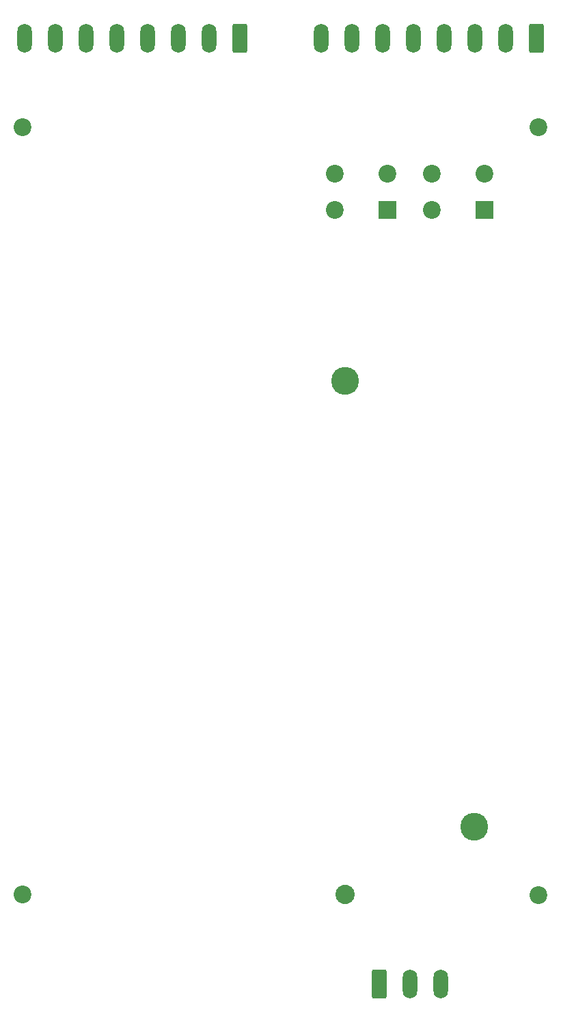
<source format=gbr>
%TF.GenerationSoftware,KiCad,Pcbnew,8.0.5-8.0.5-0~ubuntu24.04.1*%
%TF.CreationDate,2024-10-04T20:25:56+03:00*%
%TF.ProjectId,esp32-main,65737033-322d-46d6-9169-6e2e6b696361,rev?*%
%TF.SameCoordinates,Original*%
%TF.FileFunction,Soldermask,Bot*%
%TF.FilePolarity,Negative*%
%FSLAX46Y46*%
G04 Gerber Fmt 4.6, Leading zero omitted, Abs format (unit mm)*
G04 Created by KiCad (PCBNEW 8.0.5-8.0.5-0~ubuntu24.04.1) date 2024-10-04 20:25:56*
%MOMM*%
%LPD*%
G01*
G04 APERTURE LIST*
G04 Aperture macros list*
%AMRoundRect*
0 Rectangle with rounded corners*
0 $1 Rounding radius*
0 $2 $3 $4 $5 $6 $7 $8 $9 X,Y pos of 4 corners*
0 Add a 4 corners polygon primitive as box body*
4,1,4,$2,$3,$4,$5,$6,$7,$8,$9,$2,$3,0*
0 Add four circle primitives for the rounded corners*
1,1,$1+$1,$2,$3*
1,1,$1+$1,$4,$5*
1,1,$1+$1,$6,$7*
1,1,$1+$1,$8,$9*
0 Add four rect primitives between the rounded corners*
20,1,$1+$1,$2,$3,$4,$5,0*
20,1,$1+$1,$4,$5,$6,$7,0*
20,1,$1+$1,$6,$7,$8,$9,0*
20,1,$1+$1,$8,$9,$2,$3,0*%
G04 Aperture macros list end*
%ADD10R,2.200000X2.200000*%
%ADD11C,2.200000*%
%ADD12RoundRect,0.250000X-0.650000X-1.550000X0.650000X-1.550000X0.650000X1.550000X-0.650000X1.550000X0*%
%ADD13O,1.800000X3.600000*%
%ADD14RoundRect,0.250000X0.650000X1.550000X-0.650000X1.550000X-0.650000X-1.550000X0.650000X-1.550000X0*%
%ADD15C,2.390000*%
%ADD16C,3.450000*%
G04 APERTURE END LIST*
D10*
%TO.C,S1*%
X170250000Y-51250000D03*
D11*
X163750000Y-51250000D03*
X170250000Y-46750000D03*
X163750000Y-46750000D03*
%TD*%
D10*
%TO.C,S2*%
X158250000Y-51250000D03*
D11*
X151750000Y-51250000D03*
X158250000Y-46750000D03*
X151750000Y-46750000D03*
%TD*%
%TO.C,H2*%
X177000000Y-41000000D03*
%TD*%
D12*
%TO.C,J5*%
X157245000Y-147067500D03*
D13*
X161055000Y-147067500D03*
X164865000Y-147067500D03*
%TD*%
D11*
%TO.C,H1*%
X113000000Y-41000000D03*
%TD*%
%TO.C,H3*%
X177000000Y-136050000D03*
%TD*%
%TO.C,H4*%
X113000000Y-136000000D03*
%TD*%
D14*
%TO.C,J2*%
X140000000Y-30000000D03*
D13*
X136190000Y-30000000D03*
X132380000Y-30000000D03*
X128570000Y-30000000D03*
X124760000Y-30000000D03*
X120950000Y-30000000D03*
X117140000Y-30000000D03*
X113330000Y-30000000D03*
%TD*%
D15*
%TO.C,BT1*%
X153000000Y-135930000D03*
D16*
X169000000Y-127600000D03*
X153000000Y-72400000D03*
%TD*%
D14*
%TO.C,J3*%
X176670000Y-30000000D03*
D13*
X172860000Y-30000000D03*
X169050000Y-30000000D03*
X165240000Y-30000000D03*
X161430000Y-30000000D03*
X157620000Y-30000000D03*
X153810000Y-30000000D03*
X150000000Y-30000000D03*
%TD*%
M02*

</source>
